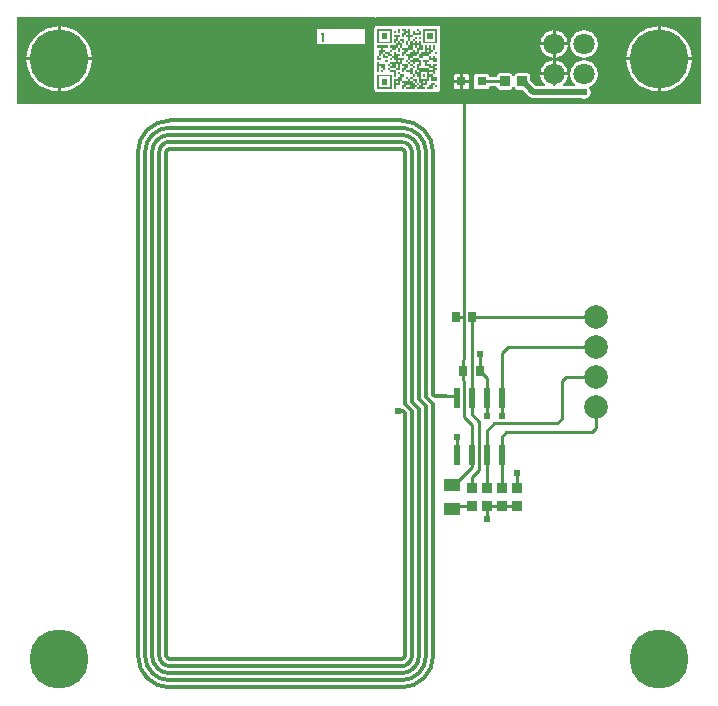
<source format=gtl>
G04 Layer: TopLayer*
G04 Panelize: , Column: 2, Row: 2, Board Size: 58.42mm x 58.42mm, Panelized Board Size: 118.84mm x 118.84mm*
G04 EasyEDA v6.5.39, 2023-12-29 12:41:37*
G04 1036578b268b45588bb37d4cc57348ec,5a6b42c53f6a479593ecc07194224c93,10*
G04 Gerber Generator version 0.2*
G04 Scale: 100 percent, Rotated: No, Reflected: No *
G04 Dimensions in millimeters *
G04 leading zeros omitted , absolute positions ,4 integer and 5 decimal *
%FSLAX45Y45*%
%MOMM*%

%AMMACRO1*21,1,$1,$2,0,0,$3*%
%ADD10C,0.1524*%
%ADD11C,0.2540*%
%ADD12C,0.5000*%
%ADD13C,0.3000*%
%ADD14MACRO1,0.864X0.8065X90.0000*%
%ADD15R,0.8000X0.8000*%
%ADD16R,0.6000X1.8000*%
%ADD17R,0.7501X0.3000*%
%ADD18R,0.8000X0.9000*%
%ADD19MACRO1,1X1.3995X-90.0000*%
%ADD20R,1.3995X1.0000*%
%ADD21MACRO1,0.864X0.8065X0.0000*%
%ADD22R,0.8640X0.8065*%
%ADD23C,0.6200*%
%ADD24C,5.0000*%
%ADD25C,2.0000*%
%ADD26C,1.8000*%
%ADD27C,0.6096*%
%ADD28C,0.6200*%
%ADD29C,0.0143*%

%LPD*%
G36*
X36068Y5080000D02*
G01*
X32156Y5080762D01*
X28905Y5082997D01*
X26670Y5086248D01*
X25908Y5090160D01*
X25908Y5805932D01*
X26670Y5809843D01*
X28905Y5813094D01*
X32156Y5815330D01*
X36068Y5816092D01*
X2555240Y5816092D01*
X2559151Y5815330D01*
X2562402Y5813094D01*
X2564638Y5809843D01*
X2565400Y5805932D01*
X2566162Y5809843D01*
X2568397Y5813094D01*
X2571648Y5815330D01*
X2575560Y5816092D01*
X3050540Y5816092D01*
X3054451Y5815330D01*
X3057702Y5813094D01*
X3059938Y5809843D01*
X3060700Y5805932D01*
X3061462Y5809843D01*
X3063697Y5813094D01*
X3066948Y5815330D01*
X3070860Y5816092D01*
X5805932Y5816092D01*
X5809843Y5815330D01*
X5813094Y5813094D01*
X5815330Y5809843D01*
X5816092Y5805932D01*
X5816092Y5090160D01*
X5815330Y5086248D01*
X5813094Y5082997D01*
X5809843Y5080762D01*
X5805932Y5080000D01*
G37*

%LPC*%
G36*
X4584700Y5600700D02*
G01*
X4687112Y5600700D01*
X4686960Y5602528D01*
X4684268Y5616803D01*
X4679746Y5630672D01*
X4673549Y5643829D01*
X4665776Y5656122D01*
X4656480Y5667349D01*
X4645863Y5677306D01*
X4634077Y5685840D01*
X4621326Y5692851D01*
X4607814Y5698236D01*
X4593691Y5701842D01*
X4584700Y5702960D01*
G37*
G36*
X5473700Y5185562D02*
G01*
X5478322Y5185664D01*
X5501284Y5188051D01*
X5523992Y5192369D01*
X5546242Y5198618D01*
X5567934Y5206644D01*
X5588812Y5216499D01*
X5608828Y5228031D01*
X5627827Y5241239D01*
X5645607Y5255971D01*
X5662117Y5272125D01*
X5677204Y5289600D01*
X5690819Y5308295D01*
X5702757Y5328107D01*
X5713018Y5348782D01*
X5721553Y5370271D01*
X5728208Y5392369D01*
X5733034Y5414975D01*
X5735929Y5437936D01*
X5736336Y5448300D01*
X5473700Y5448300D01*
G37*
G36*
X393700Y5185562D02*
G01*
X398322Y5185664D01*
X421284Y5188051D01*
X443992Y5192369D01*
X466242Y5198618D01*
X487934Y5206644D01*
X508812Y5216499D01*
X528828Y5228031D01*
X547827Y5241239D01*
X565607Y5255971D01*
X582117Y5272125D01*
X597204Y5289600D01*
X610819Y5308295D01*
X622757Y5328107D01*
X633018Y5348782D01*
X641553Y5370271D01*
X648208Y5392369D01*
X653034Y5414975D01*
X655929Y5437936D01*
X656336Y5448300D01*
X393700Y5448300D01*
G37*
G36*
X5448300Y5185613D02*
G01*
X5448300Y5448300D01*
X5185410Y5448300D01*
X5187289Y5426405D01*
X5191150Y5403646D01*
X5196890Y5381244D01*
X5204460Y5359450D01*
X5213858Y5338318D01*
X5224983Y5318099D01*
X5237784Y5298846D01*
X5252161Y5280710D01*
X5267960Y5263896D01*
X5285130Y5248402D01*
X5303520Y5234432D01*
X5323027Y5222087D01*
X5343499Y5211368D01*
X5364835Y5202428D01*
X5386781Y5195265D01*
X5409285Y5189982D01*
X5432145Y5186629D01*
G37*
G36*
X368300Y5185613D02*
G01*
X368300Y5448300D01*
X105410Y5448300D01*
X107289Y5426405D01*
X111150Y5403646D01*
X116890Y5381244D01*
X124460Y5359450D01*
X133858Y5338318D01*
X144983Y5318099D01*
X157784Y5298846D01*
X172161Y5280710D01*
X187960Y5263896D01*
X205130Y5248402D01*
X223520Y5234432D01*
X243027Y5222087D01*
X263499Y5211368D01*
X284835Y5202428D01*
X306781Y5195265D01*
X329285Y5189982D01*
X352145Y5186629D01*
G37*
G36*
X3748989Y5204612D02*
G01*
X3775710Y5204612D01*
X3775710Y5257800D01*
X3722522Y5257800D01*
X3722522Y5231079D01*
X3723233Y5224729D01*
X3725113Y5219293D01*
X3728212Y5214366D01*
X3732276Y5210302D01*
X3737203Y5207203D01*
X3742639Y5205323D01*
G37*
G36*
X3801110Y5204612D02*
G01*
X3827830Y5204612D01*
X3834180Y5205323D01*
X3839616Y5207203D01*
X3844544Y5210302D01*
X3848608Y5214366D01*
X3851706Y5219293D01*
X3853586Y5224729D01*
X3854297Y5231079D01*
X3854297Y5257800D01*
X3801110Y5257800D01*
G37*
G36*
X3722522Y5283200D02*
G01*
X3775710Y5283200D01*
X3775710Y5336387D01*
X3748989Y5336387D01*
X3742639Y5335676D01*
X3737203Y5333796D01*
X3732276Y5330698D01*
X3728212Y5326634D01*
X3725113Y5321706D01*
X3723233Y5316270D01*
X3722522Y5309920D01*
G37*
G36*
X3801110Y5283200D02*
G01*
X3854297Y5283200D01*
X3854297Y5309920D01*
X3853586Y5316270D01*
X3851706Y5321706D01*
X3848608Y5326634D01*
X3844544Y5330698D01*
X3839616Y5333796D01*
X3834180Y5335676D01*
X3827830Y5336387D01*
X3801110Y5336387D01*
G37*
G36*
X4826000Y5125262D02*
G01*
X4835804Y5126126D01*
X4845253Y5128666D01*
X4854194Y5132781D01*
X4862220Y5138420D01*
X4869180Y5145379D01*
X4874818Y5153406D01*
X4878933Y5162346D01*
X4881473Y5171795D01*
X4882337Y5181600D01*
X4881473Y5191404D01*
X4878933Y5200853D01*
X4874818Y5209794D01*
X4871669Y5214264D01*
X4869992Y5218176D01*
X4870094Y5222392D01*
X4871872Y5226253D01*
X4875072Y5228996D01*
X4888077Y5236159D01*
X4899863Y5244693D01*
X4910480Y5254650D01*
X4919776Y5265877D01*
X4927549Y5278170D01*
X4933746Y5291328D01*
X4938268Y5305196D01*
X4940960Y5319471D01*
X4941874Y5334000D01*
X4940960Y5348528D01*
X4938268Y5362803D01*
X4933746Y5376672D01*
X4927549Y5389829D01*
X4919776Y5402122D01*
X4910480Y5413349D01*
X4899863Y5423306D01*
X4888077Y5431840D01*
X4875326Y5438851D01*
X4861814Y5444236D01*
X4847691Y5447842D01*
X4833264Y5449671D01*
X4818735Y5449671D01*
X4804308Y5447842D01*
X4790186Y5444236D01*
X4776673Y5438851D01*
X4763922Y5431840D01*
X4752136Y5423306D01*
X4741519Y5413349D01*
X4732223Y5402122D01*
X4724450Y5389829D01*
X4718253Y5376672D01*
X4713732Y5362803D01*
X4711039Y5348528D01*
X4710125Y5334000D01*
X4711039Y5319471D01*
X4713732Y5305196D01*
X4718253Y5291328D01*
X4724450Y5278170D01*
X4732223Y5265877D01*
X4741519Y5254650D01*
X4746396Y5250078D01*
X4748733Y5246776D01*
X4749596Y5242864D01*
X4748885Y5238902D01*
X4746701Y5235549D01*
X4743399Y5233314D01*
X4739436Y5232501D01*
X4658563Y5232501D01*
X4654600Y5233314D01*
X4651298Y5235549D01*
X4649114Y5238902D01*
X4648403Y5242864D01*
X4649266Y5246776D01*
X4651603Y5250078D01*
X4656480Y5254650D01*
X4665776Y5265877D01*
X4673549Y5278170D01*
X4679746Y5291328D01*
X4684268Y5305196D01*
X4686960Y5319471D01*
X4687112Y5321300D01*
X4584700Y5321300D01*
X4584700Y5242661D01*
X4583938Y5238800D01*
X4581702Y5235498D01*
X4578451Y5233263D01*
X4574540Y5232501D01*
X4569460Y5232501D01*
X4565548Y5233263D01*
X4562297Y5235498D01*
X4560062Y5238800D01*
X4559300Y5242661D01*
X4559300Y5321300D01*
X4456887Y5321300D01*
X4457039Y5319471D01*
X4459732Y5305196D01*
X4464253Y5291328D01*
X4470450Y5278170D01*
X4478223Y5265877D01*
X4487519Y5254650D01*
X4492396Y5250078D01*
X4494733Y5246776D01*
X4495596Y5242864D01*
X4494885Y5238902D01*
X4492701Y5235549D01*
X4489399Y5233314D01*
X4485436Y5232501D01*
X4423257Y5232501D01*
X4419396Y5233263D01*
X4416094Y5235498D01*
X4373626Y5277967D01*
X4371441Y5281218D01*
X4370679Y5285130D01*
X4370679Y5313121D01*
X4369968Y5319471D01*
X4368038Y5324906D01*
X4364939Y5329834D01*
X4360875Y5333898D01*
X4355947Y5336997D01*
X4350512Y5338876D01*
X4344162Y5339588D01*
X4264660Y5339588D01*
X4258360Y5338876D01*
X4252874Y5336997D01*
X4247997Y5333898D01*
X4243882Y5329834D01*
X4240834Y5324906D01*
X4238701Y5318861D01*
X4236567Y5315305D01*
X4233164Y5312867D01*
X4229100Y5312054D01*
X4225036Y5312867D01*
X4221632Y5315305D01*
X4219498Y5318861D01*
X4217365Y5324906D01*
X4214317Y5329834D01*
X4210202Y5333898D01*
X4205325Y5336997D01*
X4199839Y5338876D01*
X4193540Y5339588D01*
X4114037Y5339588D01*
X4107687Y5338876D01*
X4102252Y5336997D01*
X4097324Y5333898D01*
X4093260Y5329834D01*
X4090162Y5324906D01*
X4088231Y5319471D01*
X4087063Y5314594D01*
X4084777Y5311698D01*
X4081627Y5309768D01*
X4078020Y5309108D01*
X4033469Y5309108D01*
X4029456Y5309971D01*
X4026052Y5312359D01*
X4023918Y5315915D01*
X4021886Y5321706D01*
X4018787Y5326634D01*
X4014724Y5330698D01*
X4009796Y5333796D01*
X4004360Y5335676D01*
X3998010Y5336387D01*
X3919169Y5336387D01*
X3912819Y5335676D01*
X3907383Y5333796D01*
X3902456Y5330698D01*
X3898392Y5326634D01*
X3895293Y5321706D01*
X3893413Y5316270D01*
X3892702Y5309920D01*
X3892702Y5231079D01*
X3893413Y5224729D01*
X3895293Y5219293D01*
X3898392Y5214366D01*
X3902456Y5210302D01*
X3907383Y5207203D01*
X3912819Y5205323D01*
X3919169Y5204612D01*
X3998010Y5204612D01*
X4004360Y5205323D01*
X4009796Y5207203D01*
X4014724Y5210302D01*
X4018787Y5214366D01*
X4021886Y5219293D01*
X4023918Y5225084D01*
X4026052Y5228640D01*
X4029456Y5231028D01*
X4033469Y5231892D01*
X4078020Y5231892D01*
X4081627Y5231231D01*
X4084777Y5229301D01*
X4087063Y5226405D01*
X4088231Y5221528D01*
X4090162Y5216093D01*
X4093260Y5211165D01*
X4097324Y5207101D01*
X4102252Y5204002D01*
X4107687Y5202123D01*
X4114037Y5201412D01*
X4193540Y5201412D01*
X4199839Y5202123D01*
X4205325Y5204002D01*
X4210202Y5207101D01*
X4214317Y5211165D01*
X4217365Y5216093D01*
X4219498Y5222138D01*
X4221632Y5225694D01*
X4225036Y5228132D01*
X4229100Y5228945D01*
X4233164Y5228132D01*
X4236567Y5225694D01*
X4238701Y5222138D01*
X4240834Y5216093D01*
X4243882Y5211165D01*
X4247997Y5207101D01*
X4252874Y5204002D01*
X4258360Y5202123D01*
X4264660Y5201412D01*
X4301998Y5201412D01*
X4305858Y5200599D01*
X4309160Y5198414D01*
X4361840Y5145735D01*
X4365244Y5142585D01*
X4368800Y5139893D01*
X4372508Y5137505D01*
X4376470Y5135473D01*
X4380585Y5133746D01*
X4384802Y5132425D01*
X4389120Y5131460D01*
X4393539Y5130901D01*
X4398213Y5130698D01*
X4800092Y5130698D01*
X4804410Y5129733D01*
X4806746Y5128666D01*
X4816195Y5126126D01*
G37*
G36*
X3076905Y5181092D02*
G01*
X3583787Y5181092D01*
X3590086Y5181803D01*
X3595573Y5183682D01*
X3600450Y5186781D01*
X3604564Y5190896D01*
X3607612Y5195773D01*
X3609543Y5201208D01*
X3610254Y5207558D01*
X3610254Y5714441D01*
X3609543Y5720740D01*
X3607358Y5726938D01*
X3606800Y5730290D01*
X3606800Y5739384D01*
X3605784Y5740400D01*
X3587648Y5740450D01*
X3583787Y5740908D01*
X3076803Y5740908D01*
X3071774Y5740450D01*
X3067608Y5740908D01*
X3064002Y5743041D01*
X3061563Y5746445D01*
X3060700Y5750560D01*
X3060700Y5739892D01*
X3059938Y5735980D01*
X3057702Y5732678D01*
X3056128Y5731103D01*
X3053080Y5726226D01*
X3051149Y5720740D01*
X3050438Y5714441D01*
X3050438Y5207558D01*
X3051149Y5201208D01*
X3053080Y5195773D01*
X3056128Y5190896D01*
X3060242Y5186781D01*
X3065119Y5183682D01*
X3070606Y5181803D01*
G37*
G36*
X4584700Y5346700D02*
G01*
X4687112Y5346700D01*
X4686960Y5348528D01*
X4684268Y5362803D01*
X4679746Y5376672D01*
X4673549Y5389829D01*
X4665776Y5402122D01*
X4656480Y5413349D01*
X4645863Y5423306D01*
X4634077Y5431840D01*
X4621326Y5438851D01*
X4607814Y5444236D01*
X4593691Y5447842D01*
X4584700Y5448960D01*
G37*
G36*
X4818735Y5472328D02*
G01*
X4833264Y5472328D01*
X4847691Y5474157D01*
X4861814Y5477764D01*
X4875326Y5483148D01*
X4888077Y5490159D01*
X4899863Y5498693D01*
X4910480Y5508650D01*
X4919776Y5519877D01*
X4927549Y5532170D01*
X4933746Y5545328D01*
X4938268Y5559196D01*
X4940960Y5573471D01*
X4941874Y5588000D01*
X4940960Y5602528D01*
X4938268Y5616803D01*
X4933746Y5630672D01*
X4927549Y5643829D01*
X4919776Y5656122D01*
X4910480Y5667349D01*
X4899863Y5677306D01*
X4888077Y5685840D01*
X4875326Y5692851D01*
X4861814Y5698236D01*
X4847691Y5701842D01*
X4833264Y5703671D01*
X4818735Y5703671D01*
X4804308Y5701842D01*
X4790186Y5698236D01*
X4776673Y5692851D01*
X4763922Y5685840D01*
X4752136Y5677306D01*
X4741519Y5667349D01*
X4732223Y5656122D01*
X4724450Y5643829D01*
X4718253Y5630672D01*
X4713732Y5616803D01*
X4711039Y5602528D01*
X4710125Y5588000D01*
X4711039Y5573471D01*
X4713732Y5559196D01*
X4718253Y5545328D01*
X4724450Y5532170D01*
X4732223Y5519877D01*
X4741519Y5508650D01*
X4752136Y5498693D01*
X4763922Y5490159D01*
X4776673Y5483148D01*
X4790186Y5477764D01*
X4804308Y5474157D01*
G37*
G36*
X4559300Y5473039D02*
G01*
X4559300Y5575300D01*
X4456887Y5575300D01*
X4457039Y5573471D01*
X4459732Y5559196D01*
X4464253Y5545328D01*
X4470450Y5532170D01*
X4478223Y5519877D01*
X4487519Y5508650D01*
X4498136Y5498693D01*
X4509922Y5490159D01*
X4522673Y5483148D01*
X4536186Y5477764D01*
X4550308Y5474157D01*
G37*
G36*
X4584700Y5473039D02*
G01*
X4593691Y5474157D01*
X4607814Y5477764D01*
X4621326Y5483148D01*
X4634077Y5490159D01*
X4645863Y5498693D01*
X4656480Y5508650D01*
X4665776Y5519877D01*
X4673549Y5532170D01*
X4679746Y5545328D01*
X4684268Y5559196D01*
X4686960Y5573471D01*
X4687112Y5575300D01*
X4584700Y5575300D01*
G37*
G36*
X5473700Y5473700D02*
G01*
X5736336Y5473700D01*
X5735929Y5484063D01*
X5733034Y5507024D01*
X5728208Y5529630D01*
X5721553Y5551728D01*
X5713018Y5573217D01*
X5702757Y5593892D01*
X5690819Y5613704D01*
X5677204Y5632348D01*
X5662117Y5649874D01*
X5645607Y5666028D01*
X5627827Y5680760D01*
X5608828Y5693968D01*
X5588812Y5705500D01*
X5567934Y5715355D01*
X5546242Y5723382D01*
X5523992Y5729630D01*
X5501284Y5733948D01*
X5478322Y5736336D01*
X5473700Y5736437D01*
G37*
G36*
X393700Y5473700D02*
G01*
X656336Y5473700D01*
X655929Y5484063D01*
X653034Y5507024D01*
X648208Y5529630D01*
X641553Y5551728D01*
X633018Y5573217D01*
X622757Y5593892D01*
X610819Y5613704D01*
X597204Y5632348D01*
X582117Y5649874D01*
X565607Y5666028D01*
X547827Y5680760D01*
X528828Y5693968D01*
X508812Y5705500D01*
X487934Y5715355D01*
X466242Y5723382D01*
X443992Y5729630D01*
X421284Y5733948D01*
X398322Y5736336D01*
X393700Y5736437D01*
G37*
G36*
X5185410Y5473700D02*
G01*
X5448300Y5473700D01*
X5448300Y5736386D01*
X5432145Y5735370D01*
X5409285Y5732018D01*
X5386781Y5726734D01*
X5364835Y5719572D01*
X5343499Y5710631D01*
X5323027Y5699912D01*
X5303520Y5687568D01*
X5285130Y5673598D01*
X5267960Y5658104D01*
X5252161Y5641289D01*
X5237784Y5623153D01*
X5224983Y5603900D01*
X5213858Y5583682D01*
X5204460Y5562549D01*
X5196890Y5540756D01*
X5191150Y5518353D01*
X5187289Y5495594D01*
G37*
G36*
X105410Y5473700D02*
G01*
X368300Y5473700D01*
X368300Y5736386D01*
X352145Y5735370D01*
X329285Y5732018D01*
X306781Y5726734D01*
X284835Y5719572D01*
X263499Y5710631D01*
X243027Y5699912D01*
X223520Y5687568D01*
X205130Y5673598D01*
X187960Y5658104D01*
X172161Y5641289D01*
X157784Y5623153D01*
X144983Y5603900D01*
X133858Y5583682D01*
X124460Y5562549D01*
X116890Y5540756D01*
X111150Y5518353D01*
X107289Y5495594D01*
G37*
G36*
X2596438Y5583682D02*
G01*
X2626563Y5583682D01*
X2632862Y5584393D01*
X2641142Y5587593D01*
X2643936Y5588000D01*
X2970784Y5588000D01*
X2971800Y5589016D01*
X2971800Y5713984D01*
X2970784Y5715000D01*
X2639822Y5715000D01*
X2636469Y5715558D01*
X2632862Y5716828D01*
X2626563Y5717540D01*
X2596438Y5717540D01*
X2590139Y5716828D01*
X2586532Y5715558D01*
X2583180Y5715000D01*
X2575560Y5715000D01*
X2571648Y5715762D01*
X2568397Y5717997D01*
X2566162Y5721248D01*
X2565400Y5725160D01*
X2565400Y5589016D01*
X2566416Y5588000D01*
X2579065Y5588000D01*
X2581859Y5587593D01*
X2584653Y5586323D01*
X2590139Y5584393D01*
G37*
G36*
X4456887Y5600700D02*
G01*
X4559300Y5600700D01*
X4559300Y5702960D01*
X4550308Y5701842D01*
X4536186Y5698236D01*
X4522673Y5692851D01*
X4509922Y5685840D01*
X4498136Y5677306D01*
X4487519Y5667349D01*
X4478223Y5656122D01*
X4470450Y5643829D01*
X4464253Y5630672D01*
X4459732Y5616803D01*
X4457039Y5602528D01*
G37*
G36*
X4456887Y5346700D02*
G01*
X4559300Y5346700D01*
X4559300Y5448960D01*
X4550308Y5447842D01*
X4536186Y5444236D01*
X4522673Y5438851D01*
X4509922Y5431840D01*
X4498136Y5423306D01*
X4487519Y5413349D01*
X4478223Y5402122D01*
X4470450Y5389829D01*
X4464253Y5376672D01*
X4459732Y5362803D01*
X4457039Y5348528D01*
G37*

%LPD*%
G36*
X3251200Y5715000D02*
G01*
X3251200Y5680151D01*
X3267760Y5680151D01*
X3267760Y5715000D01*
G37*
G36*
X3286150Y5715000D02*
G01*
X3286150Y5696661D01*
X3302762Y5696661D01*
X3302762Y5680151D01*
X3339541Y5680151D01*
X3339541Y5663641D01*
X3321151Y5663641D01*
X3321151Y5680151D01*
X3286150Y5680151D01*
X3286150Y5645302D01*
X3302762Y5645302D01*
X3302762Y5663641D01*
X3321151Y5663641D01*
X3321151Y5645302D01*
X3339541Y5645302D01*
X3339541Y5610453D01*
X3356101Y5610453D01*
X3356101Y5575604D01*
X3339541Y5575604D01*
X3339541Y5610453D01*
X3321151Y5610453D01*
X3321151Y5575604D01*
X3339541Y5575604D01*
X3339541Y5557266D01*
X3286150Y5557266D01*
X3286150Y5592114D01*
X3302762Y5592114D01*
X3302762Y5626963D01*
X3267760Y5626963D01*
X3267760Y5610453D01*
X3286150Y5610453D01*
X3286150Y5592114D01*
X3267760Y5592114D01*
X3267760Y5610453D01*
X3251200Y5610453D01*
X3251200Y5645302D01*
X3267760Y5645302D01*
X3267760Y5663641D01*
X3216249Y5663641D01*
X3216249Y5645302D01*
X3234639Y5645302D01*
X3234639Y5626963D01*
X3216249Y5626963D01*
X3216249Y5610453D01*
X3251200Y5610453D01*
X3251200Y5592114D01*
X3234639Y5592114D01*
X3234639Y5610453D01*
X3216249Y5610453D01*
X3216249Y5592114D01*
X3234639Y5592114D01*
X3234639Y5575604D01*
X3181248Y5575604D01*
X3181248Y5557266D01*
X3197809Y5557266D01*
X3197809Y5540756D01*
X3181248Y5540756D01*
X3181248Y5522417D01*
X3144469Y5522417D01*
X3144469Y5540756D01*
X3127908Y5540756D01*
X3127908Y5557266D01*
X3162858Y5557266D01*
X3162858Y5575604D01*
X3076346Y5575604D01*
X3076346Y5557266D01*
X3109468Y5557266D01*
X3109468Y5540756D01*
X3092907Y5540756D01*
X3092907Y5522417D01*
X3144469Y5522417D01*
X3144469Y5505907D01*
X3181248Y5505907D01*
X3181248Y5522417D01*
X3197809Y5522417D01*
X3197809Y5540756D01*
X3234639Y5540756D01*
X3234639Y5557266D01*
X3251200Y5557266D01*
X3251200Y5575604D01*
X3267760Y5575604D01*
X3267760Y5557266D01*
X3286150Y5557266D01*
X3286150Y5540756D01*
X3302762Y5540756D01*
X3302762Y5522417D01*
X3286150Y5522417D01*
X3286150Y5487568D01*
X3302762Y5487568D01*
X3302762Y5505907D01*
X3321151Y5505907D01*
X3321151Y5522417D01*
X3339541Y5522417D01*
X3339541Y5540756D01*
X3374542Y5540756D01*
X3374542Y5575604D01*
X3391103Y5575604D01*
X3391103Y5557266D01*
X3409492Y5557266D01*
X3409492Y5575604D01*
X3426053Y5575604D01*
X3426053Y5557266D01*
X3409492Y5557266D01*
X3409492Y5522417D01*
X3391103Y5522417D01*
X3391103Y5540756D01*
X3374542Y5540756D01*
X3374542Y5522417D01*
X3356101Y5522417D01*
X3356101Y5505907D01*
X3321151Y5505907D01*
X3321151Y5487568D01*
X3339541Y5487568D01*
X3339541Y5452719D01*
X3356101Y5452719D01*
X3356101Y5469229D01*
X3374542Y5469229D01*
X3374542Y5487568D01*
X3409492Y5487568D01*
X3409492Y5505907D01*
X3426053Y5505907D01*
X3426053Y5469229D01*
X3461054Y5469229D01*
X3461054Y5487568D01*
X3514394Y5487568D01*
X3514394Y5452719D01*
X3461054Y5452719D01*
X3461054Y5434380D01*
X3479444Y5434380D01*
X3479444Y5399532D01*
X3514394Y5399532D01*
X3514394Y5383022D01*
X3549396Y5383022D01*
X3549396Y5364683D01*
X3514394Y5364683D01*
X3514394Y5383022D01*
X3426053Y5383022D01*
X3426053Y5399532D01*
X3444443Y5399532D01*
X3444443Y5452719D01*
X3426053Y5452719D01*
X3426053Y5469229D01*
X3374542Y5469229D01*
X3374542Y5452719D01*
X3356101Y5452719D01*
X3356101Y5434380D01*
X3374542Y5434380D01*
X3374542Y5416042D01*
X3391103Y5416042D01*
X3391103Y5434380D01*
X3426053Y5434380D01*
X3426053Y5416042D01*
X3409492Y5416042D01*
X3409492Y5364683D01*
X3426053Y5364683D01*
X3426053Y5346344D01*
X3549396Y5346344D01*
X3549396Y5329834D01*
X3514394Y5329834D01*
X3514394Y5346344D01*
X3497834Y5346344D01*
X3497834Y5293156D01*
X3444443Y5293156D01*
X3444443Y5346344D01*
X3409492Y5346344D01*
X3409492Y5364683D01*
X3391103Y5364683D01*
X3391103Y5329834D01*
X3409492Y5329834D01*
X3409492Y5311495D01*
X3426053Y5311495D01*
X3426053Y5276646D01*
X3479444Y5276646D01*
X3479444Y5260187D01*
X3461054Y5260187D01*
X3461054Y5276646D01*
X3426053Y5276646D01*
X3426053Y5260187D01*
X3444443Y5260187D01*
X3444443Y5241848D01*
X3426053Y5241848D01*
X3426053Y5225338D01*
X3409492Y5225338D01*
X3409492Y5241848D01*
X3391103Y5241848D01*
X3391103Y5260187D01*
X3374542Y5260187D01*
X3374542Y5276646D01*
X3356101Y5276646D01*
X3356101Y5293156D01*
X3374542Y5293156D01*
X3374542Y5311495D01*
X3391103Y5311495D01*
X3391103Y5329834D01*
X3374542Y5329834D01*
X3374542Y5383022D01*
X3356101Y5383022D01*
X3356101Y5364683D01*
X3321151Y5364683D01*
X3321151Y5383022D01*
X3339541Y5383022D01*
X3339541Y5416042D01*
X3286150Y5416042D01*
X3286150Y5452719D01*
X3302762Y5452719D01*
X3302762Y5469229D01*
X3251200Y5469229D01*
X3251200Y5487568D01*
X3267760Y5487568D01*
X3267760Y5505907D01*
X3234639Y5505907D01*
X3234639Y5522417D01*
X3216249Y5522417D01*
X3216249Y5487568D01*
X3197809Y5487568D01*
X3197809Y5505907D01*
X3162858Y5505907D01*
X3162858Y5487568D01*
X3144469Y5487568D01*
X3144469Y5505907D01*
X3127908Y5505907D01*
X3127908Y5522417D01*
X3092907Y5522417D01*
X3092907Y5487568D01*
X3076346Y5487568D01*
X3076346Y5452719D01*
X3109468Y5452719D01*
X3109468Y5469229D01*
X3092907Y5469229D01*
X3092907Y5487568D01*
X3109468Y5487568D01*
X3109468Y5505907D01*
X3127908Y5505907D01*
X3127908Y5469229D01*
X3162858Y5469229D01*
X3162858Y5487568D01*
X3197809Y5487568D01*
X3197809Y5469229D01*
X3181248Y5469229D01*
X3181248Y5452719D01*
X3197809Y5452719D01*
X3197809Y5469229D01*
X3216249Y5469229D01*
X3216249Y5452719D01*
X3267760Y5452719D01*
X3267760Y5434380D01*
X3251200Y5434380D01*
X3251200Y5452719D01*
X3234639Y5452719D01*
X3234639Y5434380D01*
X3181248Y5434380D01*
X3181248Y5416042D01*
X3197809Y5416042D01*
X3197809Y5399532D01*
X3181248Y5399532D01*
X3181248Y5416042D01*
X3162858Y5416042D01*
X3162858Y5399532D01*
X3181248Y5399532D01*
X3181248Y5383022D01*
X3162858Y5383022D01*
X3162858Y5364683D01*
X3181248Y5364683D01*
X3181248Y5383022D01*
X3234639Y5383022D01*
X3234639Y5416042D01*
X3251200Y5416042D01*
X3251200Y5383022D01*
X3234639Y5383022D01*
X3234639Y5364683D01*
X3181248Y5364683D01*
X3181248Y5346344D01*
X3216249Y5346344D01*
X3216249Y5311495D01*
X3234639Y5311495D01*
X3234639Y5364683D01*
X3267760Y5364683D01*
X3267760Y5416042D01*
X3286150Y5416042D01*
X3286150Y5399532D01*
X3302762Y5399532D01*
X3302762Y5383022D01*
X3286150Y5383022D01*
X3286150Y5346344D01*
X3302762Y5346344D01*
X3302762Y5364683D01*
X3321151Y5364683D01*
X3321151Y5346344D01*
X3356101Y5346344D01*
X3356101Y5329834D01*
X3374542Y5329834D01*
X3374542Y5311495D01*
X3356101Y5311495D01*
X3356101Y5293156D01*
X3339541Y5293156D01*
X3339541Y5311495D01*
X3321151Y5311495D01*
X3321151Y5293156D01*
X3339541Y5293156D01*
X3339541Y5276646D01*
X3286150Y5276646D01*
X3286150Y5311495D01*
X3302762Y5311495D01*
X3302762Y5329834D01*
X3267760Y5329834D01*
X3267760Y5346344D01*
X3251200Y5346344D01*
X3251200Y5329834D01*
X3267760Y5329834D01*
X3267760Y5311495D01*
X3251403Y5311495D01*
X3250285Y5294122D01*
X3216249Y5293055D01*
X3216249Y5276646D01*
X3251200Y5276646D01*
X3251200Y5260187D01*
X3234639Y5260187D01*
X3234639Y5276646D01*
X3216249Y5276646D01*
X3216249Y5207000D01*
X3234639Y5207000D01*
X3234639Y5241848D01*
X3267760Y5241848D01*
X3267760Y5276646D01*
X3286150Y5276646D01*
X3286150Y5260187D01*
X3302762Y5260187D01*
X3302762Y5241848D01*
X3286150Y5241848D01*
X3286150Y5207000D01*
X3302558Y5207000D01*
X3303676Y5224424D01*
X3321151Y5225542D01*
X3321151Y5241848D01*
X3356101Y5241848D01*
X3356101Y5225338D01*
X3321151Y5225338D01*
X3321151Y5207000D01*
X3391103Y5207000D01*
X3391103Y5225338D01*
X3409492Y5225338D01*
X3409492Y5207000D01*
X3479444Y5207000D01*
X3479444Y5225338D01*
X3461054Y5225338D01*
X3461054Y5241848D01*
X3497834Y5241848D01*
X3497834Y5276646D01*
X3514394Y5276646D01*
X3514394Y5311495D01*
X3530955Y5311495D01*
X3530955Y5276646D01*
X3584346Y5276646D01*
X3584346Y5311495D01*
X3549396Y5311495D01*
X3549396Y5329834D01*
X3567785Y5329834D01*
X3567785Y5364683D01*
X3584346Y5364683D01*
X3584346Y5383022D01*
X3567785Y5383022D01*
X3567785Y5399532D01*
X3584346Y5399532D01*
X3584346Y5416042D01*
X3549396Y5416042D01*
X3549396Y5399532D01*
X3530955Y5399532D01*
X3530955Y5416042D01*
X3497834Y5416042D01*
X3497834Y5434380D01*
X3514394Y5434380D01*
X3514394Y5452719D01*
X3549396Y5452719D01*
X3549396Y5434380D01*
X3584346Y5434380D01*
X3584346Y5469229D01*
X3567785Y5469229D01*
X3567785Y5487568D01*
X3549396Y5487568D01*
X3549396Y5469229D01*
X3530955Y5469229D01*
X3530955Y5487568D01*
X3514394Y5487568D01*
X3514394Y5505907D01*
X3530955Y5505907D01*
X3530955Y5522417D01*
X3549396Y5522417D01*
X3549396Y5540756D01*
X3567785Y5540756D01*
X3567785Y5575604D01*
X3549396Y5575604D01*
X3549396Y5540756D01*
X3530955Y5540756D01*
X3530955Y5575604D01*
X3514394Y5575604D01*
X3514394Y5557266D01*
X3497834Y5557266D01*
X3497834Y5575604D01*
X3479444Y5575604D01*
X3479444Y5540756D01*
X3514394Y5540756D01*
X3514394Y5522417D01*
X3497834Y5522417D01*
X3497834Y5540756D01*
X3479444Y5540756D01*
X3479444Y5522417D01*
X3444443Y5522417D01*
X3444443Y5505907D01*
X3426053Y5505907D01*
X3426053Y5540756D01*
X3461054Y5540756D01*
X3461054Y5575604D01*
X3444443Y5575604D01*
X3444443Y5610453D01*
X3426053Y5610453D01*
X3426053Y5592114D01*
X3409492Y5592114D01*
X3409492Y5610453D01*
X3391103Y5610453D01*
X3391103Y5626963D01*
X3409492Y5626963D01*
X3409492Y5645302D01*
X3391103Y5645302D01*
X3391103Y5626963D01*
X3374542Y5626963D01*
X3374542Y5610453D01*
X3391103Y5610453D01*
X3391103Y5592114D01*
X3374542Y5592114D01*
X3374542Y5610453D01*
X3356101Y5610453D01*
X3356101Y5645302D01*
X3374542Y5645302D01*
X3374542Y5663641D01*
X3444443Y5663641D01*
X3444443Y5696661D01*
X3426053Y5696661D01*
X3426053Y5715000D01*
X3409492Y5715000D01*
X3409492Y5696661D01*
X3426053Y5696661D01*
X3426053Y5680151D01*
X3391103Y5680151D01*
X3391103Y5696661D01*
X3374542Y5696661D01*
X3374542Y5663641D01*
X3356101Y5663641D01*
X3356101Y5715000D01*
X3339541Y5715000D01*
X3339541Y5696661D01*
X3321151Y5696661D01*
X3321151Y5715000D01*
G37*
G36*
X3076346Y5713171D02*
G01*
X3076346Y5698490D01*
X3181248Y5698490D01*
X3181248Y5608624D01*
X3092907Y5608624D01*
X3092907Y5698490D01*
X3076346Y5698490D01*
X3076346Y5593943D01*
X3197809Y5593943D01*
X3197809Y5713171D01*
G37*
G36*
X3462883Y5713171D02*
G01*
X3462883Y5698490D01*
X3567785Y5698490D01*
X3567785Y5608624D01*
X3477564Y5608624D01*
X3477564Y5698490D01*
X3462883Y5698490D01*
X3462883Y5593943D01*
X3584346Y5593943D01*
X3584346Y5713171D01*
G37*
G36*
X3216249Y5696661D02*
G01*
X3216249Y5680151D01*
X3234639Y5680151D01*
X3234639Y5696661D01*
G37*
G36*
X3111296Y5680151D02*
G01*
X3111296Y5628792D01*
X3161030Y5628792D01*
X3161030Y5680151D01*
G37*
G36*
X3497834Y5680151D02*
G01*
X3497834Y5628792D01*
X3547516Y5628792D01*
X3547516Y5680151D01*
G37*
G36*
X3426053Y5645302D02*
G01*
X3426053Y5626963D01*
X3444443Y5626963D01*
X3444443Y5645302D01*
G37*
G36*
X3251200Y5557266D02*
G01*
X3251200Y5522417D01*
X3267760Y5522417D01*
X3267760Y5557266D01*
G37*
G36*
X3567785Y5522417D02*
G01*
X3567785Y5505907D01*
X3584346Y5505907D01*
X3584346Y5522417D01*
G37*
G36*
X3144469Y5452719D02*
G01*
X3144469Y5434380D01*
X3162858Y5434380D01*
X3162858Y5452719D01*
G37*
G36*
X3321151Y5452719D02*
G01*
X3321151Y5434380D01*
X3339541Y5434380D01*
X3339541Y5416042D01*
X3356101Y5416042D01*
X3356101Y5399532D01*
X3374542Y5399532D01*
X3374542Y5383022D01*
X3391103Y5383022D01*
X3391103Y5399532D01*
X3374542Y5399532D01*
X3374542Y5416042D01*
X3356101Y5416042D01*
X3356101Y5434380D01*
X3339541Y5434380D01*
X3339541Y5452719D01*
G37*
G36*
X3076346Y5434380D02*
G01*
X3076346Y5346344D01*
X3092907Y5346344D01*
X3092907Y5399532D01*
X3109468Y5399532D01*
X3109468Y5383022D01*
X3127908Y5383022D01*
X3127908Y5364683D01*
X3109468Y5364683D01*
X3109468Y5346344D01*
X3127908Y5346344D01*
X3127908Y5364683D01*
X3144469Y5364683D01*
X3144469Y5416042D01*
X3092907Y5416042D01*
X3092907Y5434380D01*
G37*
G36*
X3461054Y5329834D02*
G01*
X3461054Y5311495D01*
X3479444Y5311495D01*
X3479444Y5329834D01*
G37*
G36*
X3076346Y5328005D02*
G01*
X3076346Y5313375D01*
X3181248Y5313375D01*
X3181248Y5223510D01*
X3092907Y5223510D01*
X3092907Y5313375D01*
X3076346Y5313375D01*
X3076346Y5208828D01*
X3197809Y5208828D01*
X3197809Y5328005D01*
G37*
G36*
X3111296Y5293156D02*
G01*
X3111296Y5243677D01*
X3161030Y5243677D01*
X3161030Y5293156D01*
G37*
G36*
X3374542Y5293156D02*
G01*
X3374542Y5276646D01*
X3391103Y5276646D01*
X3391103Y5260187D01*
X3409492Y5260187D01*
X3409492Y5241848D01*
X3426053Y5241848D01*
X3426053Y5260187D01*
X3409492Y5260187D01*
X3409492Y5293156D01*
G37*
G36*
X3530955Y5260187D02*
G01*
X3530955Y5241848D01*
X3514394Y5241848D01*
X3514394Y5225338D01*
X3497834Y5225338D01*
X3497834Y5207000D01*
X3549396Y5207000D01*
X3549396Y5241848D01*
X3567785Y5241848D01*
X3567785Y5225338D01*
X3584346Y5225338D01*
X3584346Y5241848D01*
X3567785Y5241848D01*
X3567785Y5260187D01*
G37*
D10*
X2603500Y5671312D02*
G01*
X2609850Y5674613D01*
X2619502Y5684012D01*
X2619502Y5617210D01*
D11*
X3739997Y3276600D02*
G01*
X3810000Y3276600D01*
X3803395Y2819400D02*
G01*
X3803395Y2914395D01*
X3810000Y2921000D01*
X3810000Y5143500D01*
X3788409Y5165089D01*
X3788409Y5270500D01*
X3873500Y2104389D02*
G01*
X3873500Y2362200D01*
X3810000Y2425700D01*
X3810000Y2736697D01*
X3803497Y2743200D01*
X3803497Y2819400D01*
X3873500Y2594610D02*
G01*
X3873500Y3274060D01*
X4931156Y3274060D01*
X3873500Y2594610D02*
G01*
X3873500Y2451100D01*
X3937000Y2387600D01*
X3937000Y1981200D01*
X3873500Y1917700D01*
X3873500Y1828037D01*
X3873500Y2104389D02*
G01*
X3873500Y2006600D01*
X3724402Y1857755D01*
X3708400Y1857755D01*
X3708400Y1647570D02*
G01*
X3738092Y1677263D01*
X3873500Y1677263D01*
X4127500Y1677261D02*
G01*
X4254497Y1677261D01*
X4254500Y1677263D01*
X4000500Y1677261D02*
G01*
X4127497Y1677261D01*
X4127500Y1677263D01*
X4000500Y1677263D02*
G01*
X4000500Y1562100D01*
X4000500Y2594508D02*
G01*
X4000500Y2438400D01*
X4000500Y1827936D02*
G01*
X4000500Y2104491D01*
X4127500Y1827936D02*
G01*
X4127500Y2104491D01*
X4254500Y1827938D02*
G01*
X4254500Y1955800D01*
X4127500Y2594508D02*
G01*
X4127500Y2451100D01*
X3943502Y2819400D02*
G01*
X3943502Y2959100D01*
X4000500Y2594610D02*
G01*
X4000500Y2762504D01*
X3943604Y2819400D01*
X3746500Y2258877D02*
G01*
X3746500Y2104491D01*
X3746500Y2594508D02*
G01*
X3737508Y2603500D01*
X3632200Y2603500D01*
X4000500Y2104389D02*
G01*
X4000500Y2311400D01*
X4064000Y2374900D01*
X4597400Y2374900D01*
X4635500Y2413000D01*
X4635500Y2730500D01*
X4673600Y2768600D01*
X4931156Y2766060D01*
X4127500Y2104491D02*
G01*
X4127500Y2260600D01*
X4165600Y2298700D01*
X4889500Y2298700D01*
X4927600Y2336800D01*
X4927600Y2508554D01*
X4931206Y2512161D01*
X4127500Y2594610D02*
G01*
X4127500Y2971800D01*
X4178300Y3022600D01*
X4931156Y3020060D01*
X4149092Y5270500D02*
G01*
X3958493Y5270500D01*
D12*
X4826000Y5181600D02*
G01*
X4397982Y5181600D01*
X4309082Y5270500D01*
D13*
X1288694Y4669993D02*
G01*
X1288694Y410006D01*
X1228699Y4669993D02*
G01*
X1228699Y410006D01*
X1168704Y4669993D02*
G01*
X1168704Y410006D01*
X1108710Y4669993D02*
G01*
X1108710Y410006D01*
X1048715Y4669993D02*
G01*
X1048715Y410006D01*
X3278708Y4699990D02*
G01*
X1318691Y4699990D01*
X3278708Y4759985D02*
G01*
X1318691Y4759985D01*
X3278708Y4820005D02*
G01*
X1318691Y4820005D01*
X3278708Y4880000D02*
G01*
X1318691Y4880000D01*
X3278708Y4939995D02*
G01*
X1318691Y4939995D01*
X3278708Y380009D02*
G01*
X1318691Y380009D01*
X3278708Y320014D02*
G01*
X1318691Y320014D01*
X3278708Y259994D02*
G01*
X1318691Y259994D01*
X3278708Y199999D02*
G01*
X1318691Y199999D01*
X3278708Y140004D02*
G01*
X1318691Y140004D01*
X3308705Y4669993D02*
G01*
X3308705Y2540000D01*
X3368700Y2480005D01*
X3368700Y410006D01*
X3428695Y4669993D02*
G01*
X3428695Y2580004D01*
X3488690Y2520010D01*
X3488690Y410006D01*
X3368700Y4669993D02*
G01*
X3368700Y2559989D01*
X3428695Y2499995D01*
X3428695Y410006D01*
X3488690Y4669993D02*
G01*
X3488690Y2599994D01*
X3548710Y2540000D01*
X3548710Y410006D01*
X3308705Y410006D02*
G01*
X3308705Y2459989D01*
X3292195Y2476500D01*
X3251200Y2476500D01*
X3644900Y2603500D02*
G01*
X3632200Y2603500D01*
X3565194Y2603500D01*
X3548710Y2620010D01*
X3548710Y4669993D01*
D14*
G01*
X4304424Y5270500D03*
G01*
X4153775Y5270500D03*
D15*
G01*
X3958590Y5270500D03*
G01*
X3788409Y5270500D03*
D16*
G01*
X4000500Y2104491D03*
G01*
X4127500Y2104491D03*
G01*
X3873500Y2104491D03*
G01*
X3746500Y2104491D03*
G01*
X4127500Y2594508D03*
G01*
X4000500Y2594508D03*
G01*
X3873500Y2594508D03*
G01*
X3746500Y2594508D03*
D17*
G01*
X3632200Y2603500D03*
D18*
G01*
X3943502Y2819400D03*
G01*
X3803497Y2819400D03*
D19*
G01*
X3708400Y1857628D03*
D20*
G01*
X3708400Y1647570D03*
D21*
G01*
X3873500Y1827924D03*
D22*
G01*
X3873500Y1677263D03*
D21*
G01*
X4000500Y1677275D03*
D22*
G01*
X4000500Y1827936D03*
D21*
G01*
X4127500Y1677275D03*
D22*
G01*
X4127500Y1827936D03*
D21*
G01*
X4254500Y1677275D03*
D22*
G01*
X4254500Y1827936D03*
D18*
G01*
X3880002Y3276600D03*
G01*
X3739997Y3276600D03*
D13*
G75*
G01*
X3308706Y410007D02*
G02*
X3278708Y380009I-29998J0D01*
G75*
G01*
X3368700Y410007D02*
G02*
X3278708Y320015I-89992J0D01*
G75*
G01*
X3428695Y410007D02*
G02*
X3278708Y259994I-149987J-26D01*
G75*
G01*
X3488690Y410007D02*
G02*
X3278708Y200000I-210007J0D01*
G75*
G01*
X3548710Y410007D02*
G02*
X3278708Y140005I-270002J0D01*
G75*
G01*
X3308706Y4669993D02*
G03*
X3278708Y4699991I-29998J0D01*
G75*
G01*
X3368700Y4669993D02*
G03*
X3278708Y4759985I-89992J0D01*
G75*
G01*
X3428695Y4669993D02*
G03*
X3278708Y4820006I-149987J26D01*
G75*
G01*
X3488690Y4669993D02*
G03*
X3278708Y4880000I-210007J0D01*
G75*
G01*
X3548710Y4669993D02*
G03*
X3278708Y4939995I-270002J0D01*
G75*
G01*
X1288694Y4669993D02*
G02*
X1318692Y4699991I29998J0D01*
G75*
G01*
X1228700Y4669993D02*
G02*
X1318692Y4759985I89992J0D01*
G75*
G01*
X1168705Y4669993D02*
G02*
X1318692Y4820006I149987J26D01*
G75*
G01*
X1108710Y4669993D02*
G02*
X1318692Y4880000I210007J0D01*
G75*
G01*
X1048690Y4669993D02*
G02*
X1318692Y4939995I270002J0D01*
G75*
G01*
X1288694Y410007D02*
G03*
X1318692Y380009I29998J0D01*
G75*
G01*
X1228700Y410007D02*
G03*
X1318692Y320015I89992J0D01*
G75*
G01*
X1168705Y410007D02*
G03*
X1318692Y259994I149987J-26D01*
G75*
G01*
X1108710Y410007D02*
G03*
X1318692Y200000I210007J0D01*
G75*
G01*
X1048690Y410007D02*
G03*
X1318692Y140005I270002J0D01*
D23*
G01*
X3251200Y2476500D03*
D24*
G01*
X381000Y5461000D03*
G01*
X5461000Y5461000D03*
G01*
X5461000Y381000D03*
G01*
X381000Y381000D03*
D25*
G01*
X4931206Y3020161D03*
G01*
X4931206Y2766161D03*
G01*
X4931206Y2512161D03*
G01*
X4931206Y3274161D03*
D26*
G01*
X4572000Y5588000D03*
G01*
X4572000Y5334000D03*
G01*
X4826000Y5334000D03*
G01*
X4826000Y5588000D03*
D27*
G01*
X4826000Y5181600D03*
D28*
G01*
X3746500Y2258877D03*
G01*
X3943502Y2959100D03*
G01*
X4127500Y2438400D03*
G01*
X4254500Y1955800D03*
G01*
X4000500Y2438400D03*
G01*
X4000500Y1562100D03*
M02*

</source>
